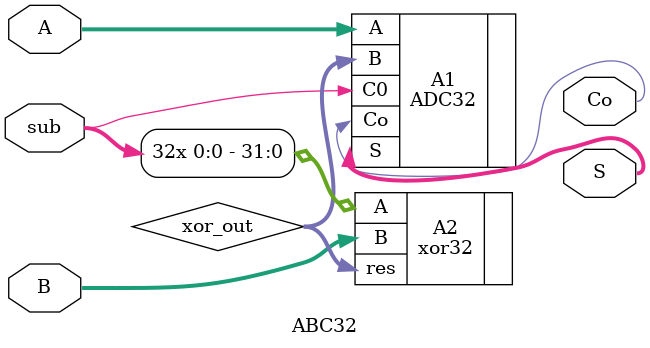
<source format=v>
`timescale 1ns / 1ps
module ABC32(input  [31:0] A, 
             input  [31:0] B,
             input  sub, 
             output Co, 
             output [31:0] S);
   
   wire [31:0] xor_out;
   
   ADC32  A1 (.A(A[31:0]), 
             .B(xor_out[31:0]), 
             .C0(sub), 
             .Co(Co), 
             .S(S[31:0]));
   xor32  A2 (.A({sub, sub, sub, sub, sub, sub, sub, sub, sub, sub, sub, sub, sub, sub, sub, sub, sub, sub, sub, sub, sub, sub, sub, sub, sub, sub, sub, sub, sub, sub, sub, sub}), 
             .B(B[31:0]), 
             .res(xor_out[31:0]));
				 
endmodule
</source>
